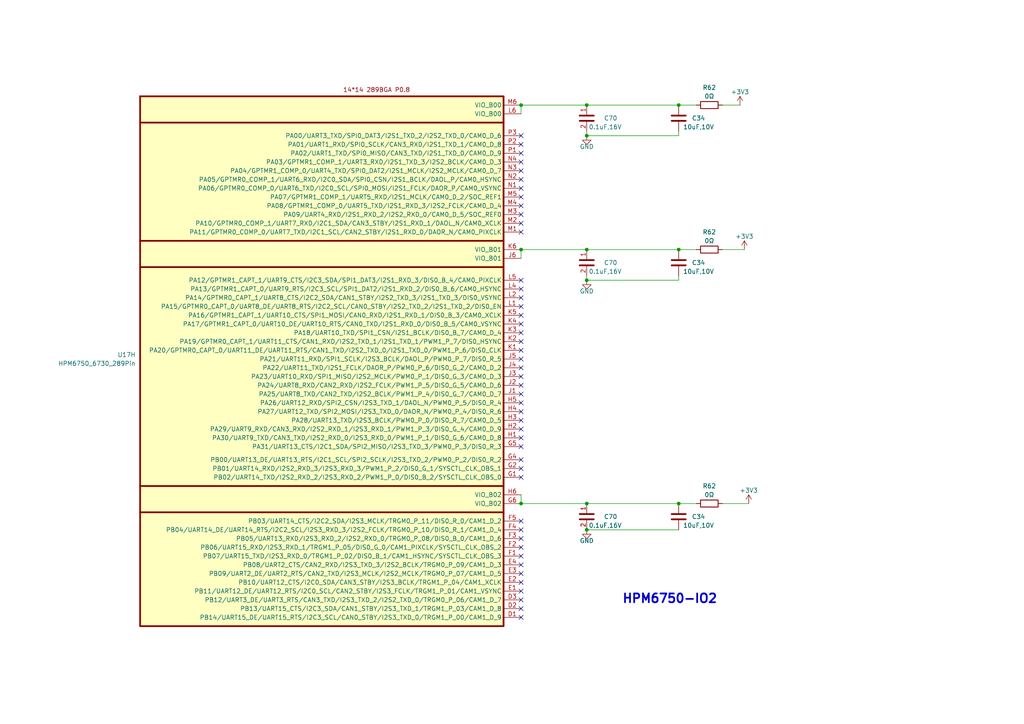
<source format=kicad_sch>
(kicad_sch (version 20230121) (generator eeschema)
  (paper "A4")
  (title_block (title "HPM6750 ADC EVK") (date "2023-5-25") (rev "A"))
  (junction (at 170.18 153.67))
  (junction (at 196.85 72.39))
  (junction (at 151.13 30.48))
  (junction (at 170.18 81.28))
  (junction (at 196.85 146.05))
  (junction (at 151.13 146.05))
  (junction (at 170.18 39.37))
  (junction (at 151.13 72.39))
  (junction (at 170.18 30.48))
  (junction (at 170.18 146.05))
  (junction (at 170.18 72.39))
  (junction (at 196.85 30.48))
  (no_connect (at 151.13 166.37))
  (no_connect (at 151.13 119.38))
  (no_connect (at 151.13 171.45))
  (no_connect (at 151.13 91.44))
  (no_connect (at 151.13 121.92))
  (no_connect (at 151.13 81.28))
  (no_connect (at 151.13 57.15))
  (no_connect (at 151.13 176.53))
  (no_connect (at 151.13 104.14))
  (no_connect (at 151.13 46.99))
  (no_connect (at 151.13 64.77))
  (no_connect (at 151.13 161.29))
  (no_connect (at 151.13 156.21))
  (no_connect (at 151.13 39.37))
  (no_connect (at 151.13 44.45))
  (no_connect (at 151.13 54.61))
  (no_connect (at 151.13 168.91))
  (no_connect (at 151.13 111.76))
  (no_connect (at 151.13 96.52))
  (no_connect (at 151.13 93.98))
  (no_connect (at 151.13 109.22))
  (no_connect (at 151.13 101.6))
  (no_connect (at 151.13 67.31))
  (no_connect (at 151.13 114.3))
  (no_connect (at 151.13 163.83))
  (no_connect (at 151.13 106.68))
  (no_connect (at 151.13 179.07))
  (no_connect (at 151.13 173.99))
  (no_connect (at 151.13 88.9))
  (no_connect (at 151.13 158.75))
  (no_connect (at 151.13 41.91))
  (no_connect (at 151.13 59.69))
  (no_connect (at 151.13 49.53))
  (no_connect (at 151.13 129.54))
  (no_connect (at 151.13 83.82))
  (no_connect (at 151.13 124.46))
  (no_connect (at 151.13 99.06))
  (no_connect (at 151.13 86.36))
  (no_connect (at 151.13 135.89))
  (no_connect (at 151.13 151.13))
  (no_connect (at 151.13 52.07))
  (no_connect (at 151.13 127))
  (no_connect (at 151.13 62.23))
  (no_connect (at 151.13 116.84))
  (no_connect (at 151.13 133.35))
  (no_connect (at 151.13 138.43))
  (no_connect (at 151.13 153.67))
  (wire (pts (xy 151.13 72.39) (xy 151.13 74.93)))
  (wire (pts (xy 196.85 72.39) (xy 201.93 72.39)))
  (wire (pts (xy 151.13 30.48) (xy 151.13 33.02)))
  (wire (pts (xy 170.18 30.48) (xy 196.85 30.48)))
  (wire (pts (xy 196.85 146.05) (xy 201.93 146.05)))
  (wire (pts (xy 170.18 146.05) (xy 196.85 146.05)))
  (wire (pts (xy 170.18 38.1) (xy 170.18 39.37)))
  (wire (pts (xy 196.85 30.48) (xy 201.93 30.48)))
  (wire (pts (xy 170.18 81.28) (xy 196.85 81.28)))
  (wire (pts (xy 196.85 38.1) (xy 196.85 39.37)))
  (wire (pts (xy 170.18 39.37) (xy 196.85 39.37)))
  (wire (pts (xy 170.18 72.39) (xy 196.85 72.39)))
  (wire (pts (xy 151.13 146.05) (xy 170.18 146.05)))
  (wire (pts (xy 151.13 72.39) (xy 170.18 72.39)))
  (wire (pts (xy 170.18 153.67) (xy 196.85 153.67)))
  (wire (pts (xy 214.63 30.48) (xy 209.55 30.48)))
  (wire (pts (xy 170.18 80.01) (xy 170.18 81.28)))
  (wire (pts (xy 196.85 80.01) (xy 196.85 81.28)))
  (wire (pts (xy 151.13 30.48) (xy 170.18 30.48)))
  (wire (pts (xy 217.17 146.05) (xy 209.55 146.05)))
  (wire (pts (xy 215.9 72.39) (xy 209.55 72.39)))
  (wire (pts (xy 151.13 143.51) (xy 151.13 146.05)))
  (text "HPM6750-IO2" (at 180.34 175.26 0) (effects (font (size 2.54 2.54) (thickness 0.508) bold) (justify left bottom)))
  (symbol (lib_name "0.1uF,16V_1") (lib_id "03_HPM_CAP:0.1uF,16V") (at 170.18 76.2 0) (mirror y) (unit 1)
    (property "Reference" "C70" (at 179.07 76.2 0) (effects (justify left)))
    (property "Value" "0.1uF,16V" (at 180.34 78.74 0) (effects (justify left)))
    (property "Footprint" "03_HPM_CAP:C_0402_1005Metric" (effects hide))
    (instances (project "HPM5300_ADC_EVK_RevA" (path "" (reference "C70") (unit 1)) (path "" (reference "C113") (unit 1))) (project "EVK_REVC" (path "" (reference "C53") (unit 1))))
  )
  (symbol (lib_id "02_HPM_Resis:0Ω") (at 205.74 72.39 0) (unit 1)
    (property "Reference" "R62" (at 205.74 67.31 0))
    (property "Value" "0Ω" (at 205.74 69.85 0))
    (property "Footprint" "02_HPM_Resis:R_0402_1005Metric" (effects hide))
    (instances (project "HPM5300_ADC_EVK_RevA" (path "" (reference "R62") (unit 1)) (path "" (reference "R65") (unit 1))))
  )
  (symbol (lib_name "0.1uF,16V_1") (lib_id "03_HPM_CAP:0.1uF,16V") (at 170.18 34.29 0) (mirror y) (unit 1)
    (property "Reference" "C70" (at 179.07 34.29 0) (effects (justify left)))
    (property "Value" "0.1uF,16V" (at 180.34 36.83 0) (effects (justify left)))
    (property "Footprint" "03_HPM_CAP:C_0402_1005Metric" (effects hide))
    (instances (project "HPM5300_ADC_EVK_RevA" (path "" (reference "C70") (unit 1)) (path "" (reference "C109") (unit 1))) (project "EVK_REVC" (path "" (reference "C53") (unit 1))))
  )
  (symbol (lib_id "power:GND") (at 170.18 153.67 0) (unit 1)
    (property "Reference" "#PWR0169" (effects hide))
    (property "Value" "GND" (at 170.18 156.845 0))
    (instances (project "HPM5300_ADC_EVK_RevA" (path "" (reference "#PWR0169") (unit 1))) (project "EVK_REVC" (path "" (reference "#PWR0182") (unit 1))))
  )
  (symbol (lib_id "02_HPM_Resis:0Ω") (at 205.74 30.48 0) (unit 1)
    (property "Reference" "R62" (at 205.74 25.4 0))
    (property "Value" "0Ω" (at 205.74 27.94 0))
    (property "Footprint" "02_HPM_Resis:R_0402_1005Metric" (effects hide))
    (instances (project "HPM5300_ADC_EVK_RevA" (path "" (reference "R62") (unit 1)) (path "" (reference "R64") (unit 1))))
  )
  (symbol (lib_id "power:+3V3") (at 217.17 146.05 0) (unit 1)
    (property "Reference" "#PWR049" (effects hide))
    (property "Value" "+3V3" (at 217.17 142.24 0))
    (instances (project "HPM5300_ADC_EVK_RevA" (path "" (reference "#PWR049") (unit 1)) (path "" (reference "#PWR0164") (unit 1)) (path "" (reference "#PWR0172") (unit 1))))
  )
  (symbol (lib_id "0_HPM6000_Library:HPM6750_6730_289Pin") (at 146.05 27.94 0) (mirror y) (unit 8)
    (property "Reference" "U17" (at 39.37 102.8977 0) (effects (justify left)))
    (property "Value" "HPM6750_6730_289Pin" (at 39.37 105.4377 0) (effects (justify left)))
    (property "Footprint" "0_HPM6000_Library:BGA-289_17x17_14.0x14.0mm" (effects hide))
  )
  (symbol (lib_id "power:+3V3") (at 214.63 30.48 0) (unit 1)
    (property "Reference" "#PWR049" (effects hide))
    (property "Value" "+3V3" (at 214.63 26.67 0))
    (instances (project "HPM5300_ADC_EVK_RevA" (path "" (reference "#PWR049") (unit 1)) (path "" (reference "#PWR0164") (unit 1)) (path "" (reference "#PWR0168") (unit 1))))
  )
  (symbol (lib_id "02_HPM_Resis:0Ω") (at 205.74 146.05 0) (unit 1)
    (property "Reference" "R62" (at 205.74 140.97 0))
    (property "Value" "0Ω" (at 205.74 143.51 0))
    (property "Footprint" "02_HPM_Resis:R_0402_1005Metric" (effects hide))
    (instances (project "HPM5300_ADC_EVK_RevA" (path "" (reference "R62") (unit 1)) (path "" (reference "R66") (unit 1))))
  )
  (symbol (lib_id "power:GND") (at 170.18 39.37 0) (unit 1)
    (property "Reference" "#PWR0167" (effects hide))
    (property "Value" "GND" (at 170.18 42.545 0))
    (instances (project "HPM5300_ADC_EVK_RevA" (path "" (reference "#PWR0167") (unit 1))) (project "EVK_REVC" (path "" (reference "#PWR0184") (unit 1))))
  )
  (symbol (lib_id "power:+3V3") (at 215.9 72.39 0) (unit 1)
    (property "Reference" "#PWR049" (effects hide))
    (property "Value" "+3V3" (at 215.9 68.58 0))
    (instances (project "HPM5300_ADC_EVK_RevA" (path "" (reference "#PWR049") (unit 1)) (path "" (reference "#PWR0164") (unit 1)) (path "" (reference "#PWR0171") (unit 1))))
  )
  (symbol (lib_id "03_HPM_CAP:10uF,10V") (at 196.85 149.86 0) (unit 1)
    (property "Reference" "C34" (at 200.66 149.86 0) (effects (justify left)))
    (property "Value" "10uF,10V" (at 198.12 152.4 0) (effects (justify left)))
    (property "Footprint" "03_HPM_CAP:C_0402_1005Metric" (effects hide))
    (instances (project "HPM5300_ADC_EVK_RevA" (path "" (reference "C34") (unit 1)) (path "" (reference "C108") (unit 1))))
  )
  (symbol (lib_id "03_HPM_CAP:10uF,10V") (at 196.85 34.29 0) (unit 1)
    (property "Reference" "C34" (at 200.66 34.29 0) (effects (justify left)))
    (property "Value" "10uF,10V" (at 198.12 36.83 0) (effects (justify left)))
    (property "Footprint" "03_HPM_CAP:C_0402_1005Metric" (effects hide))
    (instances (project "HPM5300_ADC_EVK_RevA" (path "" (reference "C34") (unit 1)) (path "" (reference "C106") (unit 1))))
  )
  (symbol (lib_id "power:GND") (at 170.18 81.28 0) (unit 1)
    (property "Reference" "#PWR0170" (effects hide))
    (property "Value" "GND" (at 170.18 84.455 0))
    (instances (project "HPM5300_ADC_EVK_RevA" (path "" (reference "#PWR0170") (unit 1))) (project "EVK_REVC" (path "" (reference "#PWR0180") (unit 1))))
  )
  (symbol (lib_name "0.1uF,16V_1") (lib_id "03_HPM_CAP:0.1uF,16V") (at 170.18 149.86 0) (mirror y) (unit 1)
    (property "Reference" "C70" (at 179.07 149.86 0) (effects (justify left)))
    (property "Value" "0.1uF,16V" (at 180.34 152.4 0) (effects (justify left)))
    (property "Footprint" "03_HPM_CAP:C_0402_1005Metric" (effects hide))
    (instances (project "HPM5300_ADC_EVK_RevA" (path "" (reference "C70") (unit 1)) (path "" (reference "C112") (unit 1))) (project "EVK_REVC" (path "" (reference "C53") (unit 1))))
  )
  (symbol (lib_id "03_HPM_CAP:10uF,10V") (at 196.85 76.2 0) (unit 1)
    (property "Reference" "C34" (at 200.66 76.2 0) (effects (justify left)))
    (property "Value" "10uF,10V" (at 198.12 78.74 0) (effects (justify left)))
    (property "Footprint" "03_HPM_CAP:C_0402_1005Metric" (effects hide))
    (instances (project "HPM5300_ADC_EVK_RevA" (path "" (reference "C34") (unit 1)) (path "" (reference "C107") (unit 1))))
  )
)
</source>
